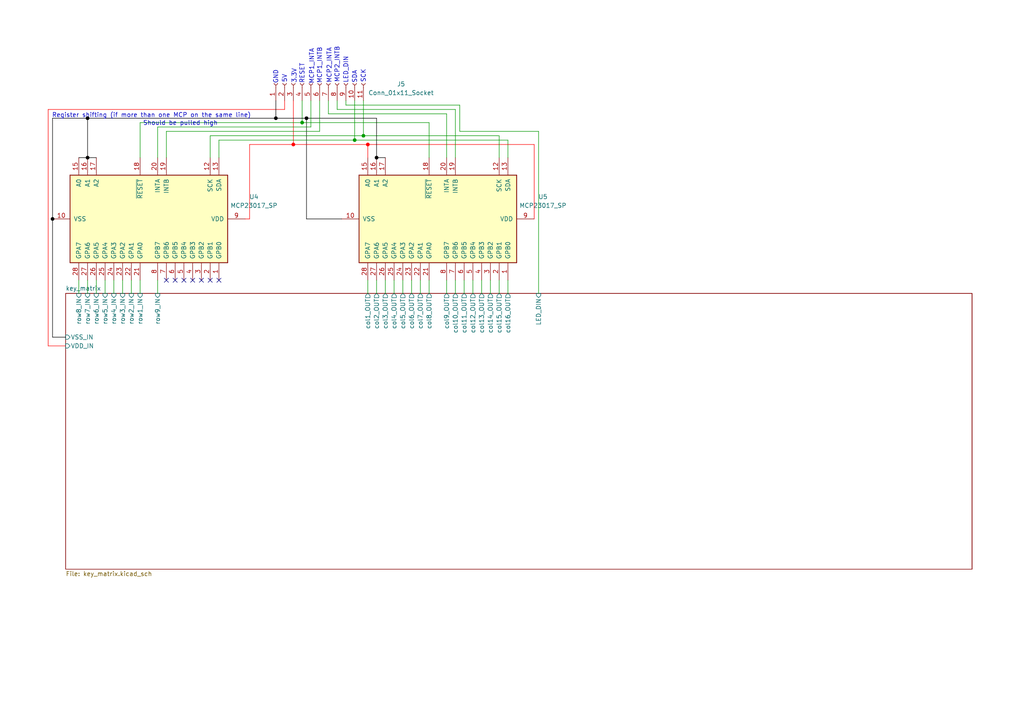
<source format=kicad_sch>
(kicad_sch (version 20250114) (generator "eeschema") (generator_version "9.0")
  (paper "A4")
  (title_block (title "Keyboard Matrix") (date "2025-10-01") (rev "1 - do not edit connector pin layout.") (company "Henry's Software House") (comment 1 "This is the matrix for the keys on the keyboard and their layout.") (comment 2 "This provides a high level overview without ") (comment 3 "cluttering the content with the keyboad matrix."))
  (lib_symbols
    (symbol "Connector:Conn_01x11_Socket" (pin_names (offset 1.016) (hide yes))
      (property "Reference" "J" (at 0 15.24 0))
      (property "Value" "Conn_01x11_Socket" (at 0 -15.24 0))
      (symbol "Conn_01x11_Socket_1_1"
        (polyline (pts (xy -1.27 12.7) (xy -0.508 12.7)) (stroke (width 0.1524)))
        (polyline (pts (xy -1.27 10.16) (xy -0.508 10.16)) (stroke (width 0.1524)))
        (polyline (pts (xy -1.27 7.62) (xy -0.508 7.62)) (stroke (width 0.1524)))
        (polyline (pts (xy -1.27 5.08) (xy -0.508 5.08)) (stroke (width 0.1524)))
        (polyline (pts (xy -1.27 2.54) (xy -0.508 2.54)) (stroke (width 0.1524)))
        (polyline (pts (xy -1.27 0) (xy -0.508 0)) (stroke (width 0.1524)))
        (polyline (pts (xy -1.27 -2.54) (xy -0.508 -2.54)) (stroke (width 0.1524)))
        (polyline (pts (xy -1.27 -5.08) (xy -0.508 -5.08)) (stroke (width 0.1524)))
        (polyline (pts (xy -1.27 -7.62) (xy -0.508 -7.62)) (stroke (width 0.1524)))
        (polyline (pts (xy -1.27 -10.16) (xy -0.508 -10.16)) (stroke (width 0.1524)))
        (polyline (pts (xy -1.27 -12.7) (xy -0.508 -12.7)) (stroke (width 0.1524)))
        (arc (start 0 12.192) (mid -0.5058 12.7) (end 0 13.208) (stroke (width 0.1524)))
        (arc (start 0 9.652) (mid -0.5058 10.16) (end 0 10.668) (stroke (width 0.1524)))
        (arc (start 0 7.112) (mid -0.5058 7.62) (end 0 8.128) (stroke (width 0.1524)))
        (arc (start 0 4.572) (mid -0.5058 5.08) (end 0 5.588) (stroke (width 0.1524)))
        (arc (start 0 2.032) (mid -0.5058 2.54) (end 0 3.048) (stroke (width 0.1524)))
        (arc (start 0 -0.508) (mid -0.5058 0) (end 0 0.508) (stroke (width 0.1524)))
        (arc (start 0 -3.048) (mid -0.5058 -2.54) (end 0 -2.032) (stroke (width 0.1524)))
        (arc (start 0 -5.588) (mid -0.5058 -5.08) (end 0 -4.572) (stroke (width 0.1524)))
        (arc (start 0 -8.128) (mid -0.5058 -7.62) (end 0 -7.112) (stroke (width 0.1524)))
        (arc (start 0 -10.668) (mid -0.5058 -10.16) (end 0 -9.652) (stroke (width 0.1524)))
        (arc (start 0 -13.208) (mid -0.5058 -12.7) (end 0 -12.192) (stroke (width 0.1524)))
        (pin passive line (at -5.08 12.7 0) (length 3.81) (name "Pin_1") (number "1"))
        (pin passive line (at -5.08 10.16 0) (length 3.81) (name "Pin_2") (number "2"))
        (pin passive line (at -5.08 7.62 0) (length 3.81) (name "Pin_3") (number "3"))
        (pin passive line (at -5.08 5.08 0) (length 3.81) (name "Pin_4") (number "4"))
        (pin passive line (at -5.08 2.54 0) (length 3.81) (name "Pin_5") (number "5"))
        (pin passive line (at -5.08 0 0) (length 3.81) (name "Pin_6") (number "6"))
        (pin passive line (at -5.08 -2.54 0) (length 3.81) (name "Pin_7") (number "7"))
        (pin passive line (at -5.08 -5.08 0) (length 3.81) (name "Pin_8") (number "8"))
        (pin passive line (at -5.08 -7.62 0) (length 3.81) (name "Pin_9") (number "9"))
        (pin passive line (at -5.08 -10.16 0) (length 3.81) (name "Pin_10") (number "10"))
        (pin passive line (at -5.08 -12.7 0) (length 3.81) (name "Pin_11") (number "11"))
      )
    )
    (symbol "Interface_Expansion:MCP23017_SP" (pin_names (offset 1.016))
      (property "Reference" "U" (at -11.43 24.13 0))
      (property "Value" "MCP23017_SP" (at 0 0 0))
      (symbol "MCP23017_SP_0_1"
        (rectangle (start -12.7 22.86) (end 12.7 -22.86) (stroke (width 0.254)) (fill (type background)))
      )
      (symbol "MCP23017_SP_1_1"
        (pin bidirectional line (at -17.78 20.32 0) (length 5.08) (name "SDA") (number "13"))
        (pin input line (at -17.78 17.78 0) (length 5.08) (name "SCK") (number "12"))
        (pin tri_state line (at -17.78 5.08 0) (length 5.08) (name "INTB") (number "19"))
        (pin tri_state line (at -17.78 2.54 0) (length 5.08) (name "INTA") (number "20"))
        (pin input line (at -17.78 -2.54 0) (length 5.08) (name "~{RESET}") (number "18"))
        (pin input line (at -17.78 -15.24 0) (length 5.08) (name "A2") (number "17"))
        (pin input line (at -17.78 -17.78 0) (length 5.08) (name "A1") (number "16"))
        (pin input line (at -17.78 -20.32 0) (length 5.08) (name "A0") (number "15"))
        (pin no_connect line (at -12.7 15.24 0) (length 5.08) (hide yes) (name "NC") (number "11"))
        (pin no_connect line (at -12.7 12.7 0) (length 5.08) (hide yes) (name "NC") (number "14"))
        (pin power_in line (at 0 27.94 270) (length 5.08) (name "VDD") (number "9"))
        (pin power_in line (at 0 -27.94 90) (length 5.08) (name "VSS") (number "10"))
        (pin bidirectional line (at 17.78 20.32 180) (length 5.08) (name "GPB0") (number "1"))
        (pin bidirectional line (at 17.78 17.78 180) (length 5.08) (name "GPB1") (number "2"))
        (pin bidirectional line (at 17.78 15.24 180) (length 5.08) (name "GPB2") (number "3"))
        (pin bidirectional line (at 17.78 12.7 180) (length 5.08) (name "GPB3") (number "4"))
        (pin bidirectional line (at 17.78 10.16 180) (length 5.08) (name "GPB4") (number "5"))
        (pin bidirectional line (at 17.78 7.62 180) (length 5.08) (name "GPB5") (number "6"))
        (pin bidirectional line (at 17.78 5.08 180) (length 5.08) (name "GPB6") (number "7"))
        (pin output line (at 17.78 2.54 180) (length 5.08) (name "GPB7") (number "8"))
        (pin bidirectional line (at 17.78 -2.54 180) (length 5.08) (name "GPA0") (number "21"))
        (pin bidirectional line (at 17.78 -5.08 180) (length 5.08) (name "GPA1") (number "22"))
        (pin bidirectional line (at 17.78 -7.62 180) (length 5.08) (name "GPA2") (number "23"))
        (pin bidirectional line (at 17.78 -10.16 180) (length 5.08) (name "GPA3") (number "24"))
        (pin bidirectional line (at 17.78 -12.7 180) (length 5.08) (name "GPA4") (number "25"))
        (pin bidirectional line (at 17.78 -15.24 180) (length 5.08) (name "GPA5") (number "26"))
        (pin bidirectional line (at 17.78 -17.78 180) (length 5.08) (name "GPA6") (number "27"))
        (pin output line (at 17.78 -20.32 180) (length 5.08) (name "GPA7") (number "28"))
      )
    )
  )
  (text "GND" (at 80.01 22.352 90) (effects (font (size 1.27 1.27))))
  (text "Register shifting (if more than one MCP on the same line)" (at 43.942 33.528 0) (effects (font (size 1.27 1.27))))
  (text "5V" (at 82.55 22.86 90) (effects (font (size 1.27 1.27))))
  (text "Should be pulled high" (at 52.324 35.814 0) (effects (font (size 1.27 1.27))))
  (text "MCP2_INTB" (at 97.79 18.796 90) (effects (font (size 1.27 1.27))))
  (text "MCP2_INTA" (at 95.504 19.05 90) (effects (font (size 1.27 1.27))))
  (text "LED_DIN" (at 100.33 20.32 90) (effects (font (size 1.27 1.27))))
  (text "MCP1_INTA" (at 90.424 19.304 90) (effects (font (size 1.27 1.27))))
  (text "3.3V" (at 85.344 22.098 90) (effects (font (size 1.27 1.27))))
  (text "SCK" (at 105.41 22.098 90) (effects (font (size 1.27 1.27))))
  (text "MCP1_INTB" (at 92.71 19.05 90) (effects (font (size 1.27 1.27))))
  (text "SDA" (at 102.87 22.352 90) (effects (font (size 1.27 1.27))))
  (text "RESET" (at 87.63 21.336 90) (effects (font (size 1.27 1.27))))
  (junction (at 105.41 39.37))
  (junction (at 109.22 45.72) (color 0 0 0 1))
  (junction (at 88.9 34.29) (color 0 0 0 1))
  (junction (at 15.24 63.5) (color 0 0 0 1))
  (junction (at 102.87 40.64))
  (junction (at 25.4 34.29) (color 0 0 0 1))
  (junction (at 106.68 41.91) (color 255 0 0 1))
  (junction (at 87.63 35.56))
  (junction (at 25.4 45.72) (color 0 0 0 1))
  (junction (at 85.09 41.91) (color 255 0 0 1))
  (junction (at 80.01 34.29) (color 0 0 0 1))
  (no_connect (at 58.42 81.28))
  (no_connect (at 60.96 81.28))
  (no_connect (at 63.5 81.28))
  (no_connect (at 48.26 81.28))
  (no_connect (at 50.8 81.28))
  (no_connect (at 55.88 81.28))
  (no_connect (at 53.34 81.28))
  (wire (pts (xy 40.64 45.72) (xy 40.64 35.56)))
  (wire (pts (xy 71.12 63.5) (xy 72.39 63.5)) (stroke (width 0) (color 255 0 0 1)))
  (wire (pts (xy 92.71 29.21) (xy 92.71 38.1)))
  (wire (pts (xy 25.4 34.29) (xy 80.01 34.29)) (stroke (width 0) (color 0 0 0 1)))
  (wire (pts (xy 15.24 34.29) (xy 15.24 63.5)) (stroke (width 0) (color 0 0 0 1)))
  (wire (pts (xy 27.94 81.28) (xy 27.94 85.09)))
  (wire (pts (xy 33.02 81.28) (xy 33.02 85.09)))
  (wire (pts (xy 119.38 81.28) (xy 119.38 85.09)))
  (wire (pts (xy 144.78 39.37) (xy 144.78 45.72)))
  (wire (pts (xy 72.39 63.5) (xy 72.39 41.91)) (stroke (width 0) (color 255 0 0 1)))
  (wire (pts (xy 106.68 41.91) (xy 154.94 41.91)) (stroke (width 0) (color 255 0 0 1)))
  (wire (pts (xy 105.41 39.37) (xy 144.78 39.37)))
  (wire (pts (xy 90.17 29.21) (xy 90.17 36.83)))
  (wire (pts (xy 63.5 45.72) (xy 63.5 40.64)))
  (wire (pts (xy 80.01 34.29) (xy 88.9 34.29)) (stroke (width 0) (color 0 0 0 1)))
  (wire (pts (xy 60.96 45.72) (xy 60.96 39.37)))
  (wire (pts (xy 82.55 29.21) (xy 82.55 31.75)) (stroke (width 0) (color 255 0 0 1)))
  (wire (pts (xy 13.97 100.33) (xy 19.05 100.33)) (stroke (width 0) (color 255 0 0 1)))
  (wire (pts (xy 63.5 40.64) (xy 102.87 40.64)))
  (wire (pts (xy 121.92 81.28) (xy 121.92 85.09)))
  (wire (pts (xy 22.86 81.28) (xy 22.86 85.09)))
  (wire (pts (xy 147.32 45.72) (xy 147.32 40.64)))
  (wire (pts (xy 48.26 38.1) (xy 92.71 38.1)))
  (wire (pts (xy 87.63 29.21) (xy 87.63 35.56)))
  (wire (pts (xy 40.64 81.28) (xy 40.64 85.09)))
  (wire (pts (xy 97.79 31.75) (xy 132.08 31.75)))
  (wire (pts (xy 109.22 81.28) (xy 109.22 85.09)))
  (wire (pts (xy 88.9 34.29) (xy 109.22 34.29)) (stroke (width 0) (color 0 0 0 1)))
  (wire (pts (xy 48.26 45.72) (xy 48.26 38.1)))
  (wire (pts (xy 15.24 63.5) (xy 15.24 97.79)) (stroke (width 0) (color 0 0 0 1)))
  (wire (pts (xy 15.24 34.29) (xy 25.4 34.29)) (stroke (width 0) (color 0 0 0 1)))
  (wire (pts (xy 80.01 29.21) (xy 80.01 34.29)) (stroke (width 0) (color 0 0 0 1)))
  (wire (pts (xy 124.46 45.72) (xy 124.46 35.56)))
  (wire (pts (xy 25.4 81.28) (xy 25.4 85.09)))
  (wire (pts (xy 22.86 45.72) (xy 25.4 45.72)) (stroke (width 0) (color 0 0 0 1)))
  (wire (pts (xy 109.22 34.29) (xy 109.22 45.72)) (stroke (width 0) (color 0 0 0 1)))
  (wire (pts (xy 124.46 81.28) (xy 124.46 85.09)))
  (wire (pts (xy 156.21 38.1) (xy 133.35 38.1)))
  (wire (pts (xy 100.33 30.48) (xy 100.33 29.21)))
  (wire (pts (xy 60.96 39.37) (xy 105.41 39.37)))
  (wire (pts (xy 13.97 31.75) (xy 13.97 100.33)) (stroke (width 0) (color 255 0 0 1)))
  (wire (pts (xy 97.79 31.75) (xy 97.79 29.21)))
  (wire (pts (xy 45.72 81.28) (xy 45.72 85.09)))
  (wire (pts (xy 147.32 81.28) (xy 147.32 85.09)))
  (wire (pts (xy 99.06 63.5) (xy 88.9 63.5)) (stroke (width 0) (color 0 0 0 1)))
  (wire (pts (xy 106.68 81.28) (xy 106.68 85.09)))
  (wire (pts (xy 109.22 45.72) (xy 111.76 45.72)) (stroke (width 0) (color 0 0 0 1)))
  (wire (pts (xy 132.08 31.75) (xy 132.08 45.72)))
  (wire (pts (xy 102.87 29.21) (xy 102.87 40.64)))
  (wire (pts (xy 111.76 81.28) (xy 111.76 85.09)))
  (wire (pts (xy 137.16 81.28) (xy 137.16 85.09)))
  (wire (pts (xy 105.41 29.21) (xy 105.41 39.37)))
  (wire (pts (xy 40.64 35.56) (xy 87.63 35.56)))
  (wire (pts (xy 156.21 38.1) (xy 156.21 85.09)))
  (wire (pts (xy 129.54 33.02) (xy 129.54 45.72)))
  (wire (pts (xy 30.48 81.28) (xy 30.48 85.09)))
  (wire (pts (xy 142.24 81.28) (xy 142.24 85.09)))
  (wire (pts (xy 133.35 38.1) (xy 133.35 30.48)))
  (wire (pts (xy 87.63 35.56) (xy 124.46 35.56)))
  (wire (pts (xy 116.84 81.28) (xy 116.84 85.09)))
  (wire (pts (xy 154.94 63.5) (xy 154.94 41.91)) (stroke (width 0) (color 255 0 0 1)))
  (wire (pts (xy 88.9 34.29) (xy 88.9 63.5)) (stroke (width 0) (color 0 0 0 1)))
  (wire (pts (xy 95.25 33.02) (xy 95.25 29.21)))
  (wire (pts (xy 129.54 81.28) (xy 129.54 85.09)))
  (wire (pts (xy 35.56 81.28) (xy 35.56 85.09)))
  (wire (pts (xy 95.25 33.02) (xy 129.54 33.02)))
  (wire (pts (xy 25.4 45.72) (xy 27.94 45.72)) (stroke (width 0) (color 0 0 0 1)))
  (wire (pts (xy 85.09 41.91) (xy 106.68 41.91)) (stroke (width 0) (color 255 0 0 1)))
  (wire (pts (xy 144.78 81.28) (xy 144.78 85.09)))
  (wire (pts (xy 25.4 34.29) (xy 25.4 45.72)) (stroke (width 0) (color 0 0 0 1)))
  (wire (pts (xy 13.97 31.75) (xy 82.55 31.75)) (stroke (width 0) (color 255 0 0 1)))
  (wire (pts (xy 15.24 97.79) (xy 19.05 97.79)) (stroke (width 0) (color 0 0 0 1)))
  (wire (pts (xy 45.72 36.83) (xy 45.72 45.72)))
  (wire (pts (xy 100.33 30.48) (xy 133.35 30.48)))
  (wire (pts (xy 139.7 81.28) (xy 139.7 85.09)))
  (wire (pts (xy 85.09 29.21) (xy 85.09 41.91)) (stroke (width 0) (color 255 0 0 1)))
  (wire (pts (xy 38.1 81.28) (xy 38.1 85.09)))
  (wire (pts (xy 72.39 41.91) (xy 85.09 41.91)) (stroke (width 0) (color 255 0 0 1)))
  (wire (pts (xy 45.72 36.83) (xy 90.17 36.83)))
  (wire (pts (xy 132.08 81.28) (xy 132.08 85.09)))
  (wire (pts (xy 134.62 81.28) (xy 134.62 85.09)))
  (wire (pts (xy 106.68 45.72) (xy 106.68 41.91)) (stroke (width 0) (color 255 0 0 1)))
  (wire (pts (xy 102.87 40.64) (xy 147.32 40.64)))
  (wire (pts (xy 114.3 81.28) (xy 114.3 85.09)))
  (symbol (lib_id "Interface_Expansion:MCP23017_SP") (at 127 63.5 270) (unit 1)
    (property "Reference" "U5" (at 157.48 57.0798 90))
    (property "Value" "MCP23017_SP" (at 157.48 59.6198 90))
    (property "Footprint" "Package_DIP:DIP-28_W7.62mm" (effects (hide yes)))
    (property "Datasheet" "https://ww1.microchip.com/downloads/aemDocuments/documents/APID/ProductDocuments/DataSheets/MCP23017-Data-Sheet-DS20001952.pdf" (effects (hide yes)))
    (property "Description" "16-bit I/O expander, I2C, interrupts, w pull-ups, SPDIP-28" (effects (hide yes)))
  )
  (symbol (lib_id "Interface_Expansion:MCP23017_SP") (at 43.18 63.5 270) (unit 1)
    (property "Reference" "U4" (at 73.66 57.0798 90))
    (property "Value" "MCP23017_SP" (at 73.66 59.6198 90))
    (property "Footprint" "Package_DIP:DIP-28_W7.62mm" (effects (hide yes)))
    (property "Datasheet" "https://ww1.microchip.com/downloads/aemDocuments/documents/APID/ProductDocuments/DataSheets/MCP23017-Data-Sheet-DS20001952.pdf" (effects (hide yes)))
    (property "Description" "16-bit I/O expander, I2C, interrupts, w pull-ups, SPDIP-28" (effects (hide yes)))
  )
  (symbol (lib_id "Connector:Conn_01x11_Socket") (at 92.71 24.13 90) (unit 1)
    (property "Reference" "J5" (at 116.332 24.384 90))
    (property "Value" "Conn_01x11_Socket" (at 116.332 26.924 90))
    (property "Footprint" "Connector_PinSocket_2.00mm:PinSocket_1x11_P2.00mm_Horizontal" (effects (hide yes)))
    (property "Description" "Generic connector, single row, 01x11, script generated" (effects (hide yes)))
  )
  (sheet (at 19.05 85.09) (size 262.89 80.01) (stroke (width 0.1524))
    (property "Sheetname" "key_matrix" (at 19.05 84.3784 0) (effects (justify left bottom)))
    (property "Sheetfile" "key_matrix.kicad_sch" (at 19.05 165.6846 0) (effects (justify left top)))
    (pin "col1_OUT" output (at 106.68 85.09 90))
    (pin "col2_OUT" output (at 109.22 85.09 90))
    (pin "col3_OUT" output (at 111.76 85.09 90))
    (pin "col4_OUT" output (at 114.3 85.09 90))
    (pin "col5_OUT" output (at 116.84 85.09 90))
    (pin "col6_OUT" output (at 119.38 85.09 90))
    (pin "col7_OUT" output (at 121.92 85.09 90))
    (pin "col8_OUT" output (at 124.46 85.09 90))
    (pin "col9_OUT" output (at 129.54 85.09 90))
    (pin "col10_OUT" output (at 132.08 85.09 90))
    (pin "col11_OUT" output (at 134.62 85.09 90))
    (pin "col12_OUT" output (at 137.16 85.09 90))
    (pin "col13_OUT" output (at 139.7 85.09 90))
    (pin "col14_OUT" output (at 142.24 85.09 90))
    (pin "col15_OUT" output (at 144.78 85.09 90))
    (pin "col16_OUT" output (at 147.32 85.09 90))
    (pin "LED_DIN" input (at 156.21 85.09 90))
    (pin "row1_IN" input (at 40.64 85.09 90))
    (pin "row2_IN" input (at 38.1 85.09 90))
    (pin "row3_IN" input (at 35.56 85.09 90))
    (pin "row4_IN" input (at 33.02 85.09 90))
    (pin "row5_IN" input (at 30.48 85.09 90))
    (pin "row6_IN" input (at 27.94 85.09 90))
    (pin "row7_IN" input (at 25.4 85.09 90))
    (pin "row8_IN" input (at 22.86 85.09 90))
    (pin "row9_IN" input (at 45.72 85.09 90))
    (pin "VSS_IN" input (at 19.05 97.79 180))
    (pin "VDD_IN" input (at 19.05 100.33 180))
  )
)
</source>
